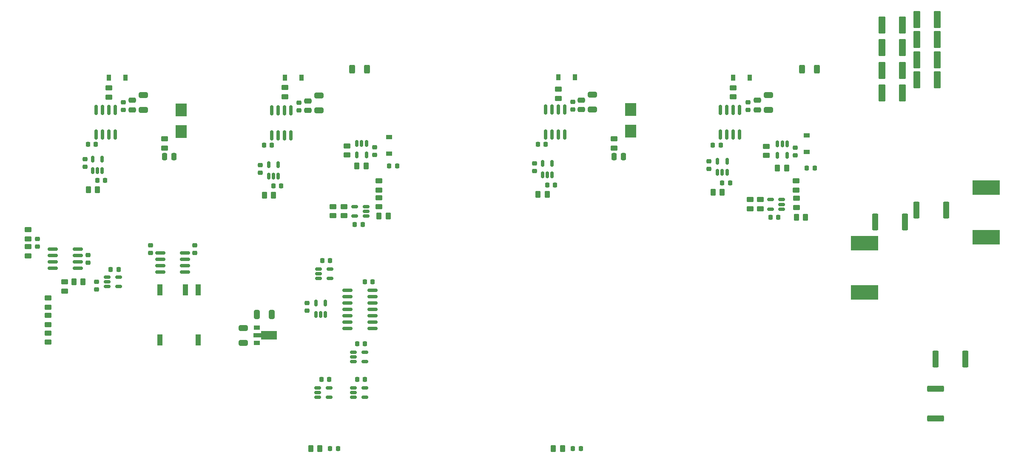
<source format=gtp>
%TF.GenerationSoftware,KiCad,Pcbnew,6.0.7-f9a2dced07~116~ubuntu20.04.1*%
%TF.CreationDate,2022-10-02T03:00:25-04:00*%
%TF.ProjectId,SSTC_Full_Bridge_Driver,53535443-5f46-4756-9c6c-5f4272696467,rev?*%
%TF.SameCoordinates,Original*%
%TF.FileFunction,Paste,Top*%
%TF.FilePolarity,Positive*%
%FSLAX46Y46*%
G04 Gerber Fmt 4.6, Leading zero omitted, Abs format (unit mm)*
G04 Created by KiCad (PCBNEW 6.0.7-f9a2dced07~116~ubuntu20.04.1) date 2022-10-02 03:00:25*
%MOMM*%
%LPD*%
G01*
G04 APERTURE LIST*
G04 Aperture macros list*
%AMRoundRect*
0 Rectangle with rounded corners*
0 $1 Rounding radius*
0 $2 $3 $4 $5 $6 $7 $8 $9 X,Y pos of 4 corners*
0 Add a 4 corners polygon primitive as box body*
4,1,4,$2,$3,$4,$5,$6,$7,$8,$9,$2,$3,0*
0 Add four circle primitives for the rounded corners*
1,1,$1+$1,$2,$3*
1,1,$1+$1,$4,$5*
1,1,$1+$1,$6,$7*
1,1,$1+$1,$8,$9*
0 Add four rect primitives between the rounded corners*
20,1,$1+$1,$2,$3,$4,$5,0*
20,1,$1+$1,$4,$5,$6,$7,0*
20,1,$1+$1,$6,$7,$8,$9,0*
20,1,$1+$1,$8,$9,$2,$3,0*%
%AMFreePoly0*
4,1,9,3.862500,-0.866500,0.737500,-0.866500,0.737500,-0.450000,-0.737500,-0.450000,-0.737500,0.450000,0.737500,0.450000,0.737500,0.866500,3.862500,0.866500,3.862500,-0.866500,3.862500,-0.866500,$1*%
G04 Aperture macros list end*
%ADD10RoundRect,0.225000X0.225000X0.250000X-0.225000X0.250000X-0.225000X-0.250000X0.225000X-0.250000X0*%
%ADD11RoundRect,0.250000X-0.475000X0.250000X-0.475000X-0.250000X0.475000X-0.250000X0.475000X0.250000X0*%
%ADD12RoundRect,0.150000X-0.512500X-0.150000X0.512500X-0.150000X0.512500X0.150000X-0.512500X0.150000X0*%
%ADD13RoundRect,0.225000X0.250000X-0.225000X0.250000X0.225000X-0.250000X0.225000X-0.250000X-0.225000X0*%
%ADD14RoundRect,0.250000X0.450000X-0.262500X0.450000X0.262500X-0.450000X0.262500X-0.450000X-0.262500X0*%
%ADD15RoundRect,0.249999X-0.450001X-1.450001X0.450001X-1.450001X0.450001X1.450001X-0.450001X1.450001X0*%
%ADD16R,1.200000X0.900000*%
%ADD17RoundRect,0.218750X0.218750X0.256250X-0.218750X0.256250X-0.218750X-0.256250X0.218750X-0.256250X0*%
%ADD18RoundRect,0.150000X0.512500X0.150000X-0.512500X0.150000X-0.512500X-0.150000X0.512500X-0.150000X0*%
%ADD19RoundRect,0.225000X-0.250000X0.225000X-0.250000X-0.225000X0.250000X-0.225000X0.250000X0.225000X0*%
%ADD20R,0.900000X1.200000*%
%ADD21RoundRect,0.250000X-0.450000X0.262500X-0.450000X-0.262500X0.450000X-0.262500X0.450000X0.262500X0*%
%ADD22RoundRect,0.225000X-0.225000X-0.250000X0.225000X-0.250000X0.225000X0.250000X-0.225000X0.250000X0*%
%ADD23RoundRect,0.250000X0.650000X-0.325000X0.650000X0.325000X-0.650000X0.325000X-0.650000X-0.325000X0*%
%ADD24RoundRect,0.250000X0.262500X0.450000X-0.262500X0.450000X-0.262500X-0.450000X0.262500X-0.450000X0*%
%ADD25RoundRect,0.150000X0.150000X-0.512500X0.150000X0.512500X-0.150000X0.512500X-0.150000X-0.512500X0*%
%ADD26RoundRect,0.250000X-0.262500X-0.450000X0.262500X-0.450000X0.262500X0.450000X-0.262500X0.450000X0*%
%ADD27RoundRect,0.150000X0.150000X-0.825000X0.150000X0.825000X-0.150000X0.825000X-0.150000X-0.825000X0*%
%ADD28R,1.300000X0.900000*%
%ADD29FreePoly0,0.000000*%
%ADD30RoundRect,0.250000X0.250000X0.475000X-0.250000X0.475000X-0.250000X-0.475000X0.250000X-0.475000X0*%
%ADD31RoundRect,0.250000X0.362500X1.425000X-0.362500X1.425000X-0.362500X-1.425000X0.362500X-1.425000X0*%
%ADD32R,5.400000X2.900000*%
%ADD33R,1.000000X2.300000*%
%ADD34RoundRect,0.150000X-0.825000X-0.150000X0.825000X-0.150000X0.825000X0.150000X-0.825000X0.150000X0*%
%ADD35RoundRect,0.250000X0.312500X0.625000X-0.312500X0.625000X-0.312500X-0.625000X0.312500X-0.625000X0*%
%ADD36RoundRect,0.250000X-0.650000X0.325000X-0.650000X-0.325000X0.650000X-0.325000X0.650000X0.325000X0*%
%ADD37RoundRect,0.150000X-0.150000X0.512500X-0.150000X-0.512500X0.150000X-0.512500X0.150000X0.512500X0*%
%ADD38R,2.300000X2.500000*%
%ADD39RoundRect,0.250000X-0.250000X-0.475000X0.250000X-0.475000X0.250000X0.475000X-0.250000X0.475000X0*%
%ADD40RoundRect,0.250000X0.325000X0.650000X-0.325000X0.650000X-0.325000X-0.650000X0.325000X-0.650000X0*%
%ADD41RoundRect,0.150000X0.825000X0.150000X-0.825000X0.150000X-0.825000X-0.150000X0.825000X-0.150000X0*%
%ADD42RoundRect,0.250000X-1.425000X0.362500X-1.425000X-0.362500X1.425000X-0.362500X1.425000X0.362500X0*%
G04 APERTURE END LIST*
D10*
%TO.C,C38*%
X146725000Y-82450000D03*
X145175000Y-82450000D03*
%TD*%
D11*
%TO.C,C46*%
X187000000Y-65550000D03*
X187000000Y-67450000D03*
%TD*%
D10*
%TO.C,C28*%
X108437500Y-90300000D03*
X106887500Y-90300000D03*
%TD*%
D12*
%TO.C,U14*%
X99675000Y-99200000D03*
X99675000Y-100150000D03*
X99675000Y-101100000D03*
X101950000Y-101100000D03*
X101950000Y-99200000D03*
%TD*%
D13*
%TO.C,C23*%
X53150000Y-78800000D03*
X53150000Y-77250000D03*
%TD*%
D14*
%TO.C,R34*%
X57900000Y-64912500D03*
X57900000Y-63087500D03*
%TD*%
D12*
%TO.C,U8*%
X99512500Y-122900000D03*
X99512500Y-123850000D03*
X99512500Y-124800000D03*
X101787500Y-124800000D03*
X101787500Y-122900000D03*
%TD*%
D15*
%TO.C,C12*%
X218750000Y-57450000D03*
X222850000Y-57450000D03*
%TD*%
D14*
%TO.C,R36*%
X92950000Y-64812500D03*
X92950000Y-62987500D03*
%TD*%
D16*
%TO.C,D3*%
X196900000Y-75800000D03*
X196900000Y-72500000D03*
%TD*%
D13*
%TO.C,C27*%
X142700000Y-79675000D03*
X142700000Y-78125000D03*
%TD*%
%TO.C,C32*%
X97350000Y-107537500D03*
X97350000Y-105987500D03*
%TD*%
D17*
%TO.C,D1*%
X103537500Y-135000000D03*
X101962500Y-135000000D03*
%TD*%
D13*
%TO.C,C29*%
X177400000Y-79225000D03*
X177400000Y-77675000D03*
%TD*%
%TO.C,C26*%
X88050000Y-79975000D03*
X88050000Y-78425000D03*
%TD*%
D18*
%TO.C,U13*%
X191900000Y-87250000D03*
X191900000Y-86300000D03*
X191900000Y-85350000D03*
X189625000Y-85350000D03*
X189625000Y-87250000D03*
%TD*%
D19*
%TO.C,C3*%
X43700000Y-93175000D03*
X43700000Y-94725000D03*
%TD*%
D10*
%TO.C,C9*%
X59850000Y-99300000D03*
X58300000Y-99300000D03*
%TD*%
D20*
%TO.C,D9*%
X92950000Y-61050000D03*
X96250000Y-61050000D03*
%TD*%
D21*
%TO.C,R18*%
X111700000Y-84975000D03*
X111700000Y-86800000D03*
%TD*%
D19*
%TO.C,C48*%
X185200000Y-65900000D03*
X185200000Y-67450000D03*
%TD*%
D22*
%TO.C,C35*%
X100225000Y-121250000D03*
X101775000Y-121250000D03*
%TD*%
D12*
%TO.C,U10*%
X106612500Y-122900000D03*
X106612500Y-123850000D03*
X106612500Y-124800000D03*
X108887500Y-124800000D03*
X108887500Y-122900000D03*
%TD*%
D23*
%TO.C,C8*%
X84650000Y-113900000D03*
X84650000Y-110950000D03*
%TD*%
D24*
%TO.C,R14*%
X109125000Y-78650000D03*
X107300000Y-78650000D03*
%TD*%
D25*
%TO.C,U9*%
X99150000Y-108275000D03*
X100100000Y-108275000D03*
X101050000Y-108275000D03*
X101050000Y-106000000D03*
X99150000Y-106000000D03*
%TD*%
D10*
%TO.C,C37*%
X92250000Y-82600000D03*
X90700000Y-82600000D03*
%TD*%
D22*
%TO.C,C40*%
X107325000Y-121250000D03*
X108875000Y-121250000D03*
%TD*%
D21*
%TO.C,R21*%
X194800000Y-85075000D03*
X194800000Y-86900000D03*
%TD*%
D26*
%TO.C,R31*%
X178225000Y-83850000D03*
X180050000Y-83850000D03*
%TD*%
D27*
%TO.C,U20*%
X55340000Y-72400000D03*
X56610000Y-72400000D03*
X57880000Y-72400000D03*
X59150000Y-72400000D03*
X59150000Y-67450000D03*
X57880000Y-67450000D03*
X56610000Y-67450000D03*
X55340000Y-67450000D03*
%TD*%
D10*
%TO.C,C25*%
X198450000Y-79050000D03*
X196900000Y-79050000D03*
%TD*%
D15*
%TO.C,C19*%
X211850000Y-50550000D03*
X215950000Y-50550000D03*
%TD*%
D28*
%TO.C,U3*%
X87400000Y-110900000D03*
D29*
X87487500Y-112400000D03*
D28*
X87400000Y-113900000D03*
%TD*%
D14*
%TO.C,R13*%
X188850000Y-76550000D03*
X188850000Y-74725000D03*
%TD*%
D21*
%TO.C,R26*%
X104700000Y-86750000D03*
X104700000Y-88575000D03*
%TD*%
D26*
%TO.C,R17*%
X111712500Y-88650000D03*
X113537500Y-88650000D03*
%TD*%
D12*
%TO.C,U1*%
X57562500Y-100800000D03*
X57562500Y-101750000D03*
X57562500Y-102700000D03*
X59837500Y-102700000D03*
X59837500Y-100800000D03*
%TD*%
D14*
%TO.C,R23*%
X102550000Y-88575000D03*
X102550000Y-86750000D03*
%TD*%
%TO.C,R6*%
X49100000Y-103575000D03*
X49100000Y-101750000D03*
%TD*%
D30*
%TO.C,C58*%
X160400000Y-76800000D03*
X158500000Y-76800000D03*
%TD*%
D31*
%TO.C,R10*%
X224612500Y-87400000D03*
X218687500Y-87400000D03*
%TD*%
D15*
%TO.C,C10*%
X218750000Y-61450000D03*
X222850000Y-61450000D03*
%TD*%
D10*
%TO.C,C24*%
X115300000Y-78600000D03*
X113750000Y-78600000D03*
%TD*%
D32*
%TO.C,L2*%
X208400000Y-103900000D03*
X208400000Y-94000000D03*
%TD*%
D26*
%TO.C,R28*%
X53825000Y-83400000D03*
X55650000Y-83400000D03*
%TD*%
D14*
%TO.C,R32*%
X69000000Y-75062500D03*
X69000000Y-73237500D03*
%TD*%
D33*
%TO.C,U4*%
X75660000Y-103387500D03*
X73120000Y-103387500D03*
X68040000Y-103387500D03*
X68040000Y-113387500D03*
X75660000Y-113387500D03*
%TD*%
D14*
%TO.C,R2*%
X45850000Y-110300000D03*
X45850000Y-108475000D03*
%TD*%
D17*
%TO.C,D4*%
X151887500Y-135000000D03*
X150312500Y-135000000D03*
%TD*%
D13*
%TO.C,C15*%
X66250000Y-95975000D03*
X66250000Y-94425000D03*
%TD*%
D25*
%TO.C,U19*%
X179100000Y-79937500D03*
X180050000Y-79937500D03*
X181000000Y-79937500D03*
X181000000Y-77662500D03*
X179100000Y-77662500D03*
%TD*%
D19*
%TO.C,C22*%
X194550000Y-75000000D03*
X194550000Y-76550000D03*
%TD*%
D15*
%TO.C,C18*%
X218750000Y-49450000D03*
X222850000Y-49450000D03*
%TD*%
D32*
%TO.C,L1*%
X232550000Y-92850000D03*
X232550000Y-82950000D03*
%TD*%
D20*
%TO.C,D7*%
X57900000Y-61000000D03*
X61200000Y-61000000D03*
%TD*%
D12*
%TO.C,U15*%
X106612500Y-115800000D03*
X106612500Y-116750000D03*
X106612500Y-117700000D03*
X108887500Y-117700000D03*
X108887500Y-115800000D03*
%TD*%
D21*
%TO.C,R7*%
X41800000Y-91337500D03*
X41800000Y-93162500D03*
%TD*%
D34*
%TO.C,U11*%
X105425000Y-103440000D03*
X105425000Y-104710000D03*
X105425000Y-105980000D03*
X105425000Y-107250000D03*
X105425000Y-108520000D03*
X105425000Y-109790000D03*
X105425000Y-111060000D03*
X110375000Y-111060000D03*
X110375000Y-109790000D03*
X110375000Y-108520000D03*
X110375000Y-107250000D03*
X110375000Y-105980000D03*
X110375000Y-104710000D03*
X110375000Y-103440000D03*
%TD*%
D25*
%TO.C,U18*%
X144250000Y-80387500D03*
X145200000Y-80387500D03*
X146150000Y-80387500D03*
X146150000Y-78112500D03*
X144250000Y-78112500D03*
%TD*%
D24*
%TO.C,R15*%
X192862500Y-79050000D03*
X191037500Y-79050000D03*
%TD*%
D22*
%TO.C,C34*%
X107355560Y-114070000D03*
X108905560Y-114070000D03*
%TD*%
D31*
%TO.C,R11*%
X216375000Y-89840000D03*
X210450000Y-89840000D03*
%TD*%
D14*
%TO.C,R12*%
X105300000Y-76462500D03*
X105300000Y-74637500D03*
%TD*%
D11*
%TO.C,C45*%
X97550000Y-65650000D03*
X97550000Y-67550000D03*
%TD*%
D26*
%TO.C,R9*%
X50937500Y-101750000D03*
X52762500Y-101750000D03*
%TD*%
D14*
%TO.C,R24*%
X185600000Y-87175000D03*
X185600000Y-85350000D03*
%TD*%
D15*
%TO.C,C13*%
X211850000Y-59550000D03*
X215950000Y-59550000D03*
%TD*%
D20*
%TO.C,D10*%
X182250000Y-61000000D03*
X185550000Y-61000000D03*
%TD*%
D15*
%TO.C,C11*%
X211850000Y-64050000D03*
X215950000Y-64050000D03*
%TD*%
D35*
%TO.C,R38*%
X109275000Y-59350000D03*
X106350000Y-59350000D03*
%TD*%
D36*
%TO.C,C52*%
X189200000Y-64500000D03*
X189200000Y-67450000D03*
%TD*%
D20*
%TO.C,D8*%
X147450000Y-60950000D03*
X150750000Y-60950000D03*
%TD*%
D36*
%TO.C,C56*%
X154200000Y-64450000D03*
X154200000Y-67400000D03*
%TD*%
D37*
%TO.C,U6*%
X109200000Y-74162500D03*
X108250000Y-74162500D03*
X107300000Y-74162500D03*
X107300000Y-76437500D03*
X109200000Y-76437500D03*
%TD*%
D25*
%TO.C,U16*%
X54700000Y-79525000D03*
X55650000Y-79525000D03*
X56600000Y-79525000D03*
X56600000Y-77250000D03*
X54700000Y-77250000D03*
%TD*%
D14*
%TO.C,R35*%
X147450000Y-65162500D03*
X147450000Y-63337500D03*
%TD*%
D25*
%TO.C,U17*%
X89750000Y-80687500D03*
X90700000Y-80687500D03*
X91650000Y-80687500D03*
X91650000Y-78412500D03*
X89750000Y-78412500D03*
%TD*%
D38*
%TO.C,D6*%
X161800000Y-67400000D03*
X161800000Y-71700000D03*
%TD*%
D22*
%TO.C,C33*%
X100412500Y-97530000D03*
X101962500Y-97530000D03*
%TD*%
%TO.C,C43*%
X143350000Y-74350000D03*
X144900000Y-74350000D03*
%TD*%
D10*
%TO.C,C39*%
X181600000Y-82000000D03*
X180050000Y-82000000D03*
%TD*%
D16*
%TO.C,D2*%
X113750000Y-76200000D03*
X113750000Y-72900000D03*
%TD*%
D39*
%TO.C,C57*%
X69000000Y-76800000D03*
X70900000Y-76800000D03*
%TD*%
D27*
%TO.C,U21*%
X90375000Y-72500000D03*
X91645000Y-72500000D03*
X92915000Y-72500000D03*
X94185000Y-72500000D03*
X94185000Y-67550000D03*
X92915000Y-67550000D03*
X91645000Y-67550000D03*
X90375000Y-67550000D03*
%TD*%
D21*
%TO.C,R8*%
X41800000Y-94725000D03*
X41800000Y-96550000D03*
%TD*%
D27*
%TO.C,U22*%
X144890000Y-72350000D03*
X146160000Y-72350000D03*
X147430000Y-72350000D03*
X148700000Y-72350000D03*
X148700000Y-67400000D03*
X147430000Y-67400000D03*
X146160000Y-67400000D03*
X144890000Y-67400000D03*
%TD*%
D37*
%TO.C,U7*%
X192950000Y-74262500D03*
X192000000Y-74262500D03*
X191050000Y-74262500D03*
X191050000Y-76537500D03*
X192950000Y-76537500D03*
%TD*%
D24*
%TO.C,R25*%
X148250000Y-135000000D03*
X146425000Y-135000000D03*
%TD*%
D36*
%TO.C,C55*%
X64800000Y-64500000D03*
X64800000Y-67450000D03*
%TD*%
D14*
%TO.C,R1*%
X45850000Y-113800000D03*
X45850000Y-111975000D03*
%TD*%
D19*
%TO.C,C53*%
X60800000Y-65900000D03*
X60800000Y-67450000D03*
%TD*%
D14*
%TO.C,R37*%
X182250000Y-64862500D03*
X182250000Y-63037500D03*
%TD*%
D27*
%TO.C,U23*%
X179710000Y-72400000D03*
X180980000Y-72400000D03*
X182250000Y-72400000D03*
X183520000Y-72400000D03*
X183520000Y-67450000D03*
X182250000Y-67450000D03*
X180980000Y-67450000D03*
X179710000Y-67450000D03*
%TD*%
D40*
%TO.C,C14*%
X90325000Y-108300000D03*
X87375000Y-108300000D03*
%TD*%
D14*
%TO.C,R33*%
X158500000Y-75062500D03*
X158500000Y-73237500D03*
%TD*%
D26*
%TO.C,R29*%
X88875000Y-84450000D03*
X90700000Y-84450000D03*
%TD*%
%TO.C,R20*%
X194800000Y-88850000D03*
X196625000Y-88850000D03*
%TD*%
D11*
%TO.C,C49*%
X62600000Y-65550000D03*
X62600000Y-67450000D03*
%TD*%
D22*
%TO.C,C31*%
X108850000Y-101750000D03*
X110400000Y-101750000D03*
%TD*%
D11*
%TO.C,C51*%
X152000000Y-65500000D03*
X152000000Y-67400000D03*
%TD*%
D14*
%TO.C,R3*%
X45850000Y-106800000D03*
X45850000Y-104975000D03*
%TD*%
D22*
%TO.C,C41*%
X53750000Y-74350000D03*
X55300000Y-74350000D03*
%TD*%
D18*
%TO.C,U12*%
X109150000Y-88650000D03*
X109150000Y-87700000D03*
X109150000Y-86750000D03*
X106875000Y-86750000D03*
X106875000Y-88650000D03*
%TD*%
D31*
%TO.C,R4*%
X228462500Y-117180000D03*
X222537500Y-117180000D03*
%TD*%
D13*
%TO.C,C5*%
X53750000Y-97975000D03*
X53750000Y-96425000D03*
%TD*%
D19*
%TO.C,C21*%
X110850000Y-74900000D03*
X110850000Y-76450000D03*
%TD*%
D36*
%TO.C,C50*%
X99750000Y-64600000D03*
X99750000Y-67550000D03*
%TD*%
D10*
%TO.C,C36*%
X57200000Y-81500000D03*
X55650000Y-81500000D03*
%TD*%
D22*
%TO.C,C44*%
X178175000Y-74450000D03*
X179725000Y-74450000D03*
%TD*%
D38*
%TO.C,D5*%
X72350000Y-67450000D03*
X72350000Y-71750000D03*
%TD*%
D13*
%TO.C,C4*%
X55500000Y-103300000D03*
X55500000Y-101750000D03*
%TD*%
D41*
%TO.C,U2*%
X51700000Y-99077500D03*
X51700000Y-97807500D03*
X51700000Y-96537500D03*
X51700000Y-95267500D03*
X46750000Y-95267500D03*
X46750000Y-96537500D03*
X46750000Y-97807500D03*
X46750000Y-99077500D03*
%TD*%
D22*
%TO.C,C42*%
X88825000Y-74500000D03*
X90375000Y-74500000D03*
%TD*%
D26*
%TO.C,R30*%
X143375000Y-84287500D03*
X145200000Y-84287500D03*
%TD*%
D35*
%TO.C,R39*%
X198862500Y-59300000D03*
X195937500Y-59300000D03*
%TD*%
D21*
%TO.C,R19*%
X111700000Y-81625000D03*
X111700000Y-83450000D03*
%TD*%
D15*
%TO.C,C17*%
X211850000Y-55050000D03*
X215950000Y-55050000D03*
%TD*%
D21*
%TO.C,R22*%
X194762500Y-81625000D03*
X194762500Y-83450000D03*
%TD*%
D24*
%TO.C,R16*%
X99950000Y-135000000D03*
X98125000Y-135000000D03*
%TD*%
D15*
%TO.C,C16*%
X218750000Y-53400000D03*
X222850000Y-53400000D03*
%TD*%
D10*
%TO.C,C30*%
X191200000Y-88900000D03*
X189650000Y-88900000D03*
%TD*%
D19*
%TO.C,C47*%
X95800000Y-66000000D03*
X95800000Y-67550000D03*
%TD*%
D21*
%TO.C,R27*%
X187600000Y-85350000D03*
X187600000Y-87175000D03*
%TD*%
D42*
%TO.C,R5*%
X222500000Y-123075000D03*
X222500000Y-129000000D03*
%TD*%
D34*
%TO.C,U5*%
X68125000Y-95982500D03*
X68125000Y-97252500D03*
X68125000Y-98522500D03*
X68125000Y-99792500D03*
X73075000Y-99792500D03*
X73075000Y-98522500D03*
X73075000Y-97252500D03*
X73075000Y-95982500D03*
%TD*%
D13*
%TO.C,C20*%
X75050000Y-96000000D03*
X75050000Y-94450000D03*
%TD*%
D19*
%TO.C,C54*%
X150250000Y-65850000D03*
X150250000Y-67400000D03*
%TD*%
M02*

</source>
